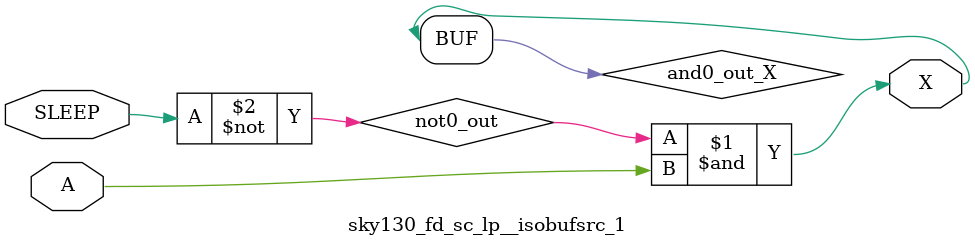
<source format=v>
/*
 * Copyright 2020 The SkyWater PDK Authors
 *
 * Licensed under the Apache License, Version 2.0 (the "License");
 * you may not use this file except in compliance with the License.
 * You may obtain a copy of the License at
 *
 *     https://www.apache.org/licenses/LICENSE-2.0
 *
 * Unless required by applicable law or agreed to in writing, software
 * distributed under the License is distributed on an "AS IS" BASIS,
 * WITHOUT WARRANTIES OR CONDITIONS OF ANY KIND, either express or implied.
 * See the License for the specific language governing permissions and
 * limitations under the License.
 *
 * SPDX-License-Identifier: Apache-2.0
*/


`ifndef SKY130_FD_SC_LP__ISOBUFSRC_1_FUNCTIONAL_V
`define SKY130_FD_SC_LP__ISOBUFSRC_1_FUNCTIONAL_V

/**
 * isobufsrc: Input isolation, noninverted sleep.
 *
 *            X = (!A | SLEEP)
 *
 * Verilog simulation functional model.
 */

`timescale 1ns / 1ps
`default_nettype none

`celldefine
module sky130_fd_sc_lp__isobufsrc_1 (
    X    ,
    SLEEP,
    A
);

    // Module ports
    output X    ;
    input  SLEEP;
    input  A    ;

    // Local signals
    wire not0_out  ;
    wire and0_out_X;

    //  Name  Output      Other arguments
    not not0 (not0_out  , SLEEP          );
    and and0 (and0_out_X, not0_out, A    );
    buf buf0 (X         , and0_out_X     );

endmodule
`endcelldefine

`default_nettype wire
`endif  // SKY130_FD_SC_LP__ISOBUFSRC_1_FUNCTIONAL_V

</source>
